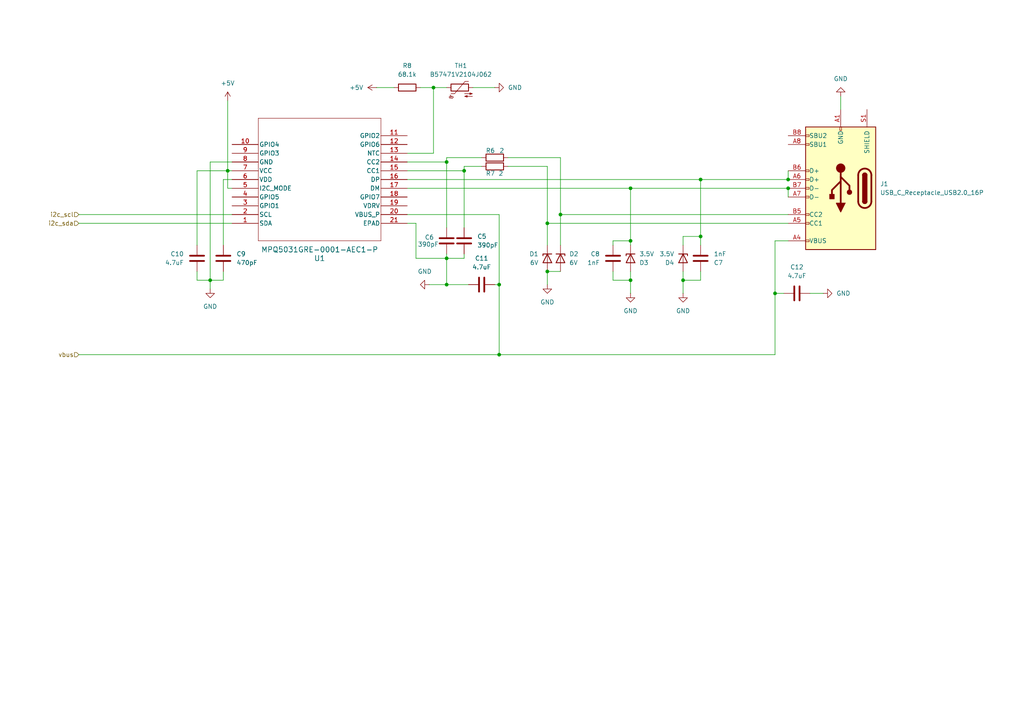
<source format=kicad_sch>
(kicad_sch (version 20250114) (generator "eeschema") (generator_version "9.0")
  (paper "A4")
  (title_block (title "PD Controller") (company "MTU Open Source Hardware Enterprise") (comment 1 "Author: Andrew Kroll"))
  (lib_symbols
    (symbol "Connector:USB_C_Receptacle_USB2.0_16P" (pin_names (offset 1.016))
      (property "Reference" "J" (at 0 22.225 0))
      (property "Value" "USB_C_Receptacle_USB2.0_16P" (at 0 19.685 0))
      (symbol "USB_C_Receptacle_USB2.0_16P_0_0"
        (rectangle (start -0.254 -17.78) (end 0.254 -16.764))
        (rectangle (start 10.16 15.494) (end 9.144 14.986))
        (rectangle (start 10.16 10.414) (end 9.144 9.906))
        (rectangle (start 10.16 7.874) (end 9.144 7.366))
        (rectangle (start 10.16 2.794) (end 9.144 2.286))
        (rectangle (start 10.16 0.254) (end 9.144 -0.254))
        (rectangle (start 10.16 -2.286) (end 9.144 -2.794))
        (rectangle (start 10.16 -4.826) (end 9.144 -5.334))
        (rectangle (start 10.16 -12.446) (end 9.144 -12.954))
        (rectangle (start 10.16 -14.986) (end 9.144 -15.494))
      )
      (symbol "USB_C_Receptacle_USB2.0_16P_0_1"
        (rectangle (start -10.16 17.78) (end 10.16 -17.78) (stroke (width 0.254)) (fill (type background)))
        (polyline (pts (xy -8.89 -3.81) (xy -8.89 3.81)) (stroke (width 0.508)))
        (rectangle (start -7.62 -3.81) (end -6.35 3.81) (stroke (width 0.254)) (fill (type outline)))
        (arc (start -7.62 3.81) (mid -6.985 4.4423) (end -6.35 3.81) (stroke (width 0.254)))
        (arc (start -7.62 3.81) (mid -6.985 4.4423) (end -6.35 3.81) (stroke (width 0.254)) (fill (type outline)))
        (arc (start -8.89 3.81) (mid -6.985 5.7067) (end -5.08 3.81) (stroke (width 0.508)))
        (arc (start -5.08 -3.81) (mid -6.985 -5.7067) (end -8.89 -3.81) (stroke (width 0.508)))
        (arc (start -6.35 -3.81) (mid -6.985 -4.4423) (end -7.62 -3.81) (stroke (width 0.254)))
        (arc (start -6.35 -3.81) (mid -6.985 -4.4423) (end -7.62 -3.81) (stroke (width 0.254)) (fill (type outline)))
        (polyline (pts (xy -5.08 3.81) (xy -5.08 -3.81)) (stroke (width 0.508)))
        (circle (center -2.54 1.143) (radius 0.635) (stroke (width 0.254)) (fill (type outline)))
        (polyline (pts (xy -1.27 4.318) (xy 0 6.858) (xy 1.27 4.318) (xy -1.27 4.318)) (stroke (width 0.254)) (fill (type outline)))
        (polyline (pts (xy 0 -2.032) (xy 2.54 0.508) (xy 2.54 1.778)) (stroke (width 0.508)))
        (polyline (pts (xy 0 -3.302) (xy -2.54 -0.762) (xy -2.54 0.508)) (stroke (width 0.508)))
        (polyline (pts (xy 0 -5.842) (xy 0 4.318)) (stroke (width 0.508)))
        (circle (center 0 -5.842) (radius 1.27) (fill (type outline)))
        (rectangle (start 1.905 1.778) (end 3.175 3.048) (stroke (width 0.254)) (fill (type outline)))
      )
      (symbol "USB_C_Receptacle_USB2.0_16P_1_1"
        (pin passive line (at -7.62 -22.86 90) (length 5.08) (name "SHIELD") (number "S1"))
        (pin passive line (at 0 -22.86 90) (length 5.08) (name "GND") (number "A1"))
        (pin passive line (at 0 -22.86 90) (length 5.08) (hide yes) (name "GND") (number "A12"))
        (pin passive line (at 0 -22.86 90) (length 5.08) (hide yes) (name "GND") (number "B1"))
        (pin passive line (at 0 -22.86 90) (length 5.08) (hide yes) (name "GND") (number "B12"))
        (pin passive line (at 15.24 15.24 180) (length 5.08) (name "VBUS") (number "A4"))
        (pin passive line (at 15.24 15.24 180) (length 5.08) (hide yes) (name "VBUS") (number "A9"))
        (pin passive line (at 15.24 15.24 180) (length 5.08) (hide yes) (name "VBUS") (number "B4"))
        (pin passive line (at 15.24 15.24 180) (length 5.08) (hide yes) (name "VBUS") (number "B9"))
        (pin bidirectional line (at 15.24 10.16 180) (length 5.08) (name "CC1") (number "A5"))
        (pin bidirectional line (at 15.24 7.62 180) (length 5.08) (name "CC2") (number "B5"))
        (pin bidirectional line (at 15.24 2.54 180) (length 5.08) (name "D-") (number "A7"))
        (pin bidirectional line (at 15.24 0 180) (length 5.08) (name "D-") (number "B7"))
        (pin bidirectional line (at 15.24 -2.54 180) (length 5.08) (name "D+") (number "A6"))
        (pin bidirectional line (at 15.24 -5.08 180) (length 5.08) (name "D+") (number "B6"))
        (pin bidirectional line (at 15.24 -12.7 180) (length 5.08) (name "SBU1") (number "A8"))
        (pin bidirectional line (at 15.24 -15.24 180) (length 5.08) (name "SBU2") (number "B8"))
      )
    )
    (symbol "D_Zener_1" (pin_numbers (hide yes)) (pin_names (offset 1.016) (hide yes))
      (property "Reference" "D" (at 0 2.54 0))
      (property "Value" "D_Zener" (at 0 -2.54 0))
      (symbol "D_Zener_1_0_1"
        (polyline (pts (xy -1.27 -1.27) (xy -1.27 1.27) (xy -0.762 1.27)) (stroke (width 0.254)))
        (polyline (pts (xy 1.27 0) (xy -1.27 0)))
        (polyline (pts (xy 1.27 -1.27) (xy 1.27 1.27) (xy -1.27 0) (xy 1.27 -1.27)) (stroke (width 0.254)))
      )
      (symbol "D_Zener_1_1_1"
        (pin passive line (at -3.81 0 0) (length 2.54) (name "K") (number "1"))
        (pin passive line (at 3.81 0 180) (length 2.54) (name "A") (number "2"))
      )
    )
    (symbol "Device:C" (pin_numbers (hide yes)) (pin_names (offset 0.254))
      (property "Reference" "C" (at 0.635 2.54 0))
      (property "Value" "C" (at 0.635 -2.54 0))
      (symbol "C_0_1"
        (polyline (pts (xy -2.032 0.762) (xy 2.032 0.762)) (stroke (width 0.508)))
        (polyline (pts (xy -2.032 -0.762) (xy 2.032 -0.762)) (stroke (width 0.508)))
      )
      (symbol "C_1_1"
        (pin passive line (at 0 3.81 270) (length 2.794) (name "~") (number "1"))
        (pin passive line (at 0 -3.81 90) (length 2.794) (name "~") (number "2"))
      )
    )
    (symbol "Device:D_Zener" (pin_numbers (hide yes)) (pin_names (offset 1.016) (hide yes))
      (property "Reference" "D" (at 0 2.54 0))
      (property "Value" "D_Zener" (at 0 -2.54 0))
      (symbol "D_Zener_0_1"
        (polyline (pts (xy -1.27 -1.27) (xy -1.27 1.27) (xy -0.762 1.27)) (stroke (width 0.254)))
        (polyline (pts (xy 1.27 0) (xy -1.27 0)))
        (polyline (pts (xy 1.27 -1.27) (xy 1.27 1.27) (xy -1.27 0) (xy 1.27 -1.27)) (stroke (width 0.254)))
      )
      (symbol "D_Zener_1_1"
        (pin passive line (at -3.81 0 0) (length 2.54) (name "K") (number "1"))
        (pin passive line (at 3.81 0 180) (length 2.54) (name "A") (number "2"))
      )
    )
    (symbol "Device:R" (pin_numbers (hide yes)) (pin_names (offset 0))
      (property "Reference" "R" (at 2.032 0 90))
      (property "Value" "R" (at 0 0 90))
      (symbol "R_0_1"
        (rectangle (start -1.016 -2.54) (end 1.016 2.54) (stroke (width 0.254)))
      )
      (symbol "R_1_1"
        (pin passive line (at 0 3.81 270) (length 1.27) (name "~") (number "1"))
        (pin passive line (at 0 -3.81 90) (length 1.27) (name "~") (number "2"))
      )
    )
    (symbol "Device:Thermistor_NTC" (pin_numbers (hide yes)) (pin_names (offset 0))
      (property "Reference" "TH" (at -4.445 0 90))
      (property "Value" "Thermistor_NTC" (at 3.175 0 90))
      (symbol "Thermistor_NTC_0_1"
        (arc (start -3.175 2.413) (mid -3.0506 2.3165) (end -3.048 2.159))
        (arc (start -3.048 2.794) (mid -2.9736 2.9736) (end -2.794 3.048))
        (arc (start -2.794 3.048) (mid -2.6144 2.9736) (end -2.54 2.794))
        (arc (start -2.794 2.54) (mid -2.9736 2.6144) (end -3.048 2.794))
        (arc (start -2.794 1.905) (mid -2.9736 1.9794) (end -3.048 2.159))
        (arc (start -2.54 2.159) (mid -2.6144 1.9794) (end -2.794 1.905))
        (arc (start -2.159 2.794) (mid -2.434 2.5608) (end -2.794 2.54))
        (polyline (pts (xy -2.54 2.159) (xy -2.54 2.794)))
        (polyline (pts (xy -2.54 -3.683) (xy -2.54 -1.397) (xy -2.794 -2.159) (xy -2.286 -2.159) (xy -2.54 -1.397) (xy -2.54 -1.651)) (fill (type outline)))
        (polyline (pts (xy -1.778 2.54) (xy -1.778 1.524) (xy 1.778 -1.524) (xy 1.778 -2.54)))
        (polyline (pts (xy -1.778 -1.397) (xy -1.778 -3.683) (xy -2.032 -2.921) (xy -1.524 -2.921) (xy -1.778 -3.683) (xy -1.778 -3.429)) (fill (type outline)))
        (rectangle (start -1.016 2.54) (end 1.016 -2.54) (stroke (width 0.254)))
      )
      (symbol "Thermistor_NTC_1_1"
        (pin passive line (at 0 3.81 270) (length 1.27) (name "~") (number "1"))
        (pin passive line (at 0 -3.81 90) (length 1.27) (name "~") (number "2"))
      )
    )
    (symbol "UPS:MPQ5031GRE-xxxx-AEC1-P" (pin_names (offset 0.254))
      (property "Reference" "U" (at 25.4 10.16 0))
      (property "Value" "MPQ5031GRE-xxxx-AEC1-P" (at 25.4 7.62 0))
      (symbol "MPQ5031GRE-xxxx-AEC1-P_0_1"
        (polyline (pts (xy 7.62 5.08) (xy 7.62 -30.48)) (stroke (width 0.127)))
        (polyline (pts (xy 7.62 -30.48) (xy 43.18 -30.48)) (stroke (width 0.127)))
        (polyline (pts (xy 43.18 5.08) (xy 7.62 5.08)) (stroke (width 0.127)))
        (polyline (pts (xy 43.18 -30.48) (xy 43.18 5.08)) (stroke (width 0.127)))
        (pin bidirectional line (at 0 0 0) (length 7.62) (name "SDA") (number "1"))
        (pin bidirectional line (at 0 -2.54 0) (length 7.62) (name "SCL") (number "2"))
        (pin bidirectional line (at 0 -5.08 0) (length 7.62) (name "GPIO1") (number "3"))
        (pin bidirectional line (at 0 -7.62 0) (length 7.62) (name "GPIO5") (number "4"))
        (pin input line (at 0 -10.16 0) (length 7.62) (name "I2C_MODE") (number "5"))
        (pin power_in line (at 0 -12.7 0) (length 7.62) (name "VDD") (number "6"))
        (pin power_in line (at 0 -15.24 0) (length 7.62) (name "VCC") (number "7"))
        (pin power_in line (at 0 -17.78 0) (length 7.62) (name "GND") (number "8"))
        (pin bidirectional line (at 0 -20.32 0) (length 7.62) (name "GPIO3") (number "9"))
        (pin bidirectional line (at 0 -22.86 0) (length 7.62) (name "GPIO4") (number "10"))
        (pin power_in line (at 50.8 0 180) (length 7.62) (name "EPAD") (number "21"))
        (pin input line (at 50.8 -2.54 180) (length 7.62) (name "VBUS_P") (number "20"))
        (pin power_in line (at 50.8 -5.08 180) (length 7.62) (name "VDRV") (number "19"))
        (pin bidirectional line (at 50.8 -7.62 180) (length 7.62) (name "GPIO7") (number "18"))
        (pin bidirectional line (at 50.8 -10.16 180) (length 7.62) (name "DM") (number "17"))
        (pin bidirectional line (at 50.8 -12.7 180) (length 7.62) (name "DP") (number "16"))
        (pin bidirectional line (at 50.8 -15.24 180) (length 7.62) (name "CC1") (number "15"))
        (pin bidirectional line (at 50.8 -17.78 180) (length 7.62) (name "CC2") (number "14"))
        (pin input line (at 50.8 -20.32 180) (length 7.62) (name "NTC") (number "13"))
        (pin bidirectional line (at 50.8 -22.86 180) (length 7.62) (name "GPIO6") (number "12"))
        (pin bidirectional line (at 50.8 -25.4 180) (length 7.62) (name "GPIO2") (number "11"))
      )
    )
    (symbol "power:+5V" (power) (pin_numbers (hide yes)) (pin_names (offset 0) (hide yes))
      (property "Value" "+5V" (at 0 3.556 0))
      (symbol "+5V_0_1"
        (polyline (pts (xy -0.762 1.27) (xy 0 2.54)))
        (polyline (pts (xy 0 2.54) (xy 0.762 1.27)))
        (polyline (pts (xy 0 0) (xy 0 2.54)))
      )
      (symbol "+5V_1_1"
        (pin power_in line (at 0 0 90) (length 0) (name "~") (number "1"))
      )
    )
    (symbol "power:GND" (power) (pin_numbers (hide yes)) (pin_names (offset 0) (hide yes))
      (property "Value" "GND" (at 0 -3.81 0))
      (symbol "GND_0_1"
        (polyline (pts (xy 0 0) (xy 0 -1.27) (xy 1.27 -1.27) (xy 0 -2.54) (xy -1.27 -1.27) (xy 0 -1.27)))
      )
      (symbol "GND_1_1"
        (pin power_in line (at 0 0 270) (length 0) (name "~") (number "1"))
      )
    )
  )
  (junction (at 182.88 81.28))
  (junction (at 129.54 46.99))
  (junction (at 198.12 81.28))
  (junction (at 158.75 64.77))
  (junction (at 228.6 52.07))
  (junction (at 162.56 62.23))
  (junction (at 129.54 82.55))
  (junction (at 144.78 82.55))
  (junction (at 228.6 54.61))
  (junction (at 203.2 52.07))
  (junction (at 66.04 49.53))
  (junction (at 60.96 81.28))
  (junction (at 158.75 78.74))
  (junction (at 182.88 54.61))
  (junction (at 129.54 74.93))
  (junction (at 125.73 25.4))
  (junction (at 134.62 49.53))
  (junction (at 203.2 68.58))
  (junction (at 224.79 85.09))
  (junction (at 182.88 69.85))
  (junction (at 144.78 102.87))
  (wire (pts (xy 129.54 45.72) (xy 129.54 46.99)))
  (wire (pts (xy 118.11 46.99) (xy 129.54 46.99)))
  (wire (pts (xy 177.8 69.85) (xy 182.88 69.85)))
  (wire (pts (xy 228.6 54.61) (xy 228.6 57.15)))
  (wire (pts (xy 120.65 64.77) (xy 120.65 74.93)))
  (wire (pts (xy 120.65 74.93) (xy 129.54 74.93)))
  (wire (pts (xy 158.75 78.74) (xy 162.56 78.74)))
  (wire (pts (xy 234.95 85.09) (xy 238.76 85.09)))
  (wire (pts (xy 203.2 68.58) (xy 198.12 68.58)))
  (wire (pts (xy 129.54 45.72) (xy 139.7 45.72)))
  (wire (pts (xy 64.77 78.74) (xy 64.77 81.28)))
  (wire (pts (xy 118.11 44.45) (xy 125.73 44.45)))
  (wire (pts (xy 158.75 64.77) (xy 158.75 71.12)))
  (wire (pts (xy 158.75 48.26) (xy 147.32 48.26)))
  (wire (pts (xy 118.11 62.23) (xy 144.78 62.23)))
  (wire (pts (xy 60.96 83.82) (xy 60.96 81.28)))
  (wire (pts (xy 57.15 78.74) (xy 57.15 81.28)))
  (wire (pts (xy 143.51 82.55) (xy 144.78 82.55)))
  (wire (pts (xy 137.16 25.4) (xy 143.51 25.4)))
  (wire (pts (xy 228.6 49.53) (xy 228.6 52.07)))
  (wire (pts (xy 134.62 66.04) (xy 134.62 49.53)))
  (wire (pts (xy 118.11 49.53) (xy 134.62 49.53)))
  (wire (pts (xy 129.54 82.55) (xy 129.54 74.93)))
  (wire (pts (xy 144.78 102.87) (xy 22.86 102.87)))
  (wire (pts (xy 66.04 49.53) (xy 66.04 29.21)))
  (wire (pts (xy 182.88 71.12) (xy 182.88 69.85)))
  (wire (pts (xy 125.73 25.4) (xy 121.92 25.4)))
  (wire (pts (xy 203.2 52.07) (xy 203.2 68.58)))
  (wire (pts (xy 203.2 81.28) (xy 203.2 78.74)))
  (wire (pts (xy 144.78 62.23) (xy 144.78 82.55)))
  (wire (pts (xy 129.54 46.99) (xy 129.54 66.04)))
  (wire (pts (xy 125.73 44.45) (xy 125.73 25.4)))
  (wire (pts (xy 64.77 81.28) (xy 60.96 81.28)))
  (wire (pts (xy 198.12 85.09) (xy 198.12 81.28)))
  (wire (pts (xy 134.62 48.26) (xy 134.62 49.53)))
  (wire (pts (xy 67.31 54.61) (xy 66.04 54.61)))
  (wire (pts (xy 162.56 62.23) (xy 162.56 71.12)))
  (wire (pts (xy 158.75 48.26) (xy 158.75 64.77)))
  (wire (pts (xy 203.2 52.07) (xy 228.6 52.07)))
  (wire (pts (xy 118.11 64.77) (xy 120.65 64.77)))
  (wire (pts (xy 177.8 78.74) (xy 177.8 81.28)))
  (wire (pts (xy 134.62 74.93) (xy 129.54 74.93)))
  (wire (pts (xy 57.15 81.28) (xy 60.96 81.28)))
  (wire (pts (xy 177.8 71.12) (xy 177.8 69.85)))
  (wire (pts (xy 139.7 48.26) (xy 134.62 48.26)))
  (wire (pts (xy 147.32 45.72) (xy 162.56 45.72)))
  (wire (pts (xy 57.15 71.12) (xy 57.15 49.53)))
  (wire (pts (xy 118.11 52.07) (xy 203.2 52.07)))
  (wire (pts (xy 182.88 81.28) (xy 182.88 78.74)))
  (wire (pts (xy 182.88 54.61) (xy 228.6 54.61)))
  (wire (pts (xy 64.77 71.12) (xy 64.77 52.07)))
  (wire (pts (xy 162.56 45.72) (xy 162.56 62.23)))
  (wire (pts (xy 125.73 25.4) (xy 129.54 25.4)))
  (wire (pts (xy 224.79 69.85) (xy 224.79 85.09)))
  (wire (pts (xy 198.12 78.74) (xy 198.12 81.28)))
  (wire (pts (xy 182.88 85.09) (xy 182.88 81.28)))
  (wire (pts (xy 158.75 78.74) (xy 158.75 82.55)))
  (wire (pts (xy 162.56 62.23) (xy 228.6 62.23)))
  (wire (pts (xy 135.89 82.55) (xy 129.54 82.55)))
  (wire (pts (xy 67.31 49.53) (xy 66.04 49.53)))
  (wire (pts (xy 198.12 71.12) (xy 198.12 68.58)))
  (wire (pts (xy 129.54 73.66) (xy 129.54 74.93)))
  (wire (pts (xy 203.2 71.12) (xy 203.2 68.58)))
  (wire (pts (xy 228.6 69.85) (xy 224.79 69.85)))
  (wire (pts (xy 144.78 82.55) (xy 144.78 102.87)))
  (wire (pts (xy 224.79 85.09) (xy 227.33 85.09)))
  (wire (pts (xy 224.79 102.87) (xy 224.79 85.09)))
  (wire (pts (xy 60.96 46.99) (xy 67.31 46.99)))
  (wire (pts (xy 177.8 81.28) (xy 182.88 81.28)))
  (wire (pts (xy 64.77 52.07) (xy 67.31 52.07)))
  (wire (pts (xy 182.88 54.61) (xy 182.88 69.85)))
  (wire (pts (xy 66.04 54.61) (xy 66.04 49.53)))
  (wire (pts (xy 144.78 102.87) (xy 224.79 102.87)))
  (wire (pts (xy 134.62 73.66) (xy 134.62 74.93)))
  (wire (pts (xy 124.46 82.55) (xy 129.54 82.55)))
  (wire (pts (xy 22.86 64.77) (xy 67.31 64.77)))
  (wire (pts (xy 57.15 49.53) (xy 66.04 49.53)))
  (wire (pts (xy 243.84 31.75) (xy 243.84 27.94)))
  (wire (pts (xy 22.86 62.23) (xy 67.31 62.23)))
  (wire (pts (xy 198.12 81.28) (xy 203.2 81.28)))
  (wire (pts (xy 158.75 64.77) (xy 228.6 64.77)))
  (wire (pts (xy 60.96 81.28) (xy 60.96 46.99)))
  (wire (pts (xy 118.11 54.61) (xy 182.88 54.61)))
  (wire (pts (xy 109.22 25.4) (xy 114.3 25.4)))
  (hierarchical_label "i2c_scl" (shape input) (at 22.86 62.23 180))
  (hierarchical_label "vbus" (shape input) (at 22.86 102.87 180))
  (hierarchical_label "i2c_sda" (shape input) (at 22.86 64.77 180))
  (symbol (lib_id "Device:C") (at 203.2 74.93 0) (mirror x) (unit 1)
    (property "Reference" "C7" (at 207.01 76.2001 0) (effects (justify left)))
    (property "Value" "1nF" (at 207.01 73.6601 0) (effects (justify left)))
    (property "Description" "Unpolarized capacitor" (effects (hide yes)))
  )
  (symbol (lib_id "power:+5V") (at 66.04 29.21 0) (unit 1)
    (property "Reference" "#PWR03" (effects (hide yes)))
    (property "Value" "+5V" (at 66.04 24.13 0))
    (property "Description" "Power symbol creates a global label with name \"+5V\"" (effects (hide yes)))
  )
  (symbol (lib_id "Device:R") (at 143.51 48.26 270) (unit 1)
    (property "Reference" "R7" (at 142.24 50.292 90))
    (property "Value" "2" (at 145.288 50.292 90))
    (property "Description" "Resistor" (effects (hide yes)))
  )
  (symbol (lib_id "Device:D_Zener") (at 198.12 74.93 270) (unit 1)
    (property "Reference" "D4" (at 195.58 76.2001 90) (effects (justify right)))
    (property "Value" "3.5V" (at 195.58 73.6601 90) (effects (justify right)))
    (property "Footprint" "UPS:SOD-962   SL2_TOS" (effects (hide yes)))
    (property "Description" "Zener diode" (effects (hide yes)))
  )
  (symbol (lib_id "power:GND") (at 182.88 85.09 0) (mirror y) (unit 1)
    (property "Reference" "#PWR09" (effects (hide yes)))
    (property "Value" "GND" (at 182.88 90.17 0))
    (property "Description" "Power symbol creates a global label with name \"GND\" , ground" (effects (hide yes)))
  )
  (symbol (lib_name "D_Zener_1") (lib_id "Device:D_Zener") (at 182.88 74.93 90) (mirror x) (unit 1)
    (property "Reference" "D3" (at 185.42 76.2001 90) (effects (justify right)))
    (property "Value" "3.5V" (at 185.42 73.6601 90) (effects (justify right)))
    (property "Footprint" "UPS:SOD-962   SL2_TOS" (effects (hide yes)))
    (property "Description" "Zener diode" (effects (hide yes)))
  )
  (symbol (lib_id "Device:R") (at 143.51 45.72 90) (unit 1)
    (property "Reference" "R6" (at 142.24 43.688 90))
    (property "Value" "2" (at 145.542 43.688 90))
    (property "Description" "Resistor" (effects (hide yes)))
  )
  (symbol (lib_id "Device:C") (at 64.77 74.93 0) (unit 1)
    (property "Reference" "C9" (at 68.58 73.6599 0) (effects (justify left)))
    (property "Value" "470pF" (at 68.58 76.1999 0) (effects (justify left)))
    (property "Description" "Unpolarized capacitor" (effects (hide yes)))
  )
  (symbol (lib_id "UPS:MPQ5031GRE-xxxx-AEC1-P") (at 67.31 64.77 0) (mirror x) (unit 1)
    (property "Reference" "U1" (at 92.71 74.93 0) (effects (font (size 1.524 1.524))))
    (property "Value" "MPQ5031GRE-0001-AEC1-P" (at 92.71 72.39 0) (effects (font (size 1.524 1.524))))
    (property "Footprint" "QFN-20_MPQ5031_MNP" (effects (hide yes)))
    (property "Datasheet" "https://www.monolithicpower.com/en/documentview/productdocument/index/version/2/document_type/Datasheet/lang/en/sku/MPQ5031GRE-AEC1" (effects (hide yes)))
  )
  (symbol (lib_id "power:GND") (at 198.12 85.09 0) (mirror y) (unit 1)
    (property "Reference" "#PWR010" (effects (hide yes)))
    (property "Value" "GND" (at 198.12 90.17 0))
    (property "Description" "Power symbol creates a global label with name \"GND\" , ground" (effects (hide yes)))
  )
  (symbol (lib_id "Device:C") (at 129.54 69.85 0) (unit 1)
    (property "Reference" "C6" (at 123.19 68.834 0) (effects (justify left)))
    (property "Value" "390pF" (at 121.158 70.866 0) (effects (justify left)))
    (property "Description" "Unpolarized capacitor" (effects (hide yes)))
  )
  (symbol (lib_id "power:GND") (at 243.84 27.94 180) (unit 1)
    (property "Reference" "#PWR01" (effects (hide yes)))
    (property "Value" "GND" (at 243.84 22.86 0))
    (property "Description" "Power symbol creates a global label with name \"GND\" , ground" (effects (hide yes)))
  )
  (symbol (lib_id "power:+5V") (at 109.22 25.4 90) (unit 1)
    (property "Reference" "#PWR011" (effects (hide yes)))
    (property "Value" "+5V" (at 105.41 25.3999 90) (effects (justify left)))
    (property "Description" "Power symbol creates a global label with name \"+5V\"" (effects (hide yes)))
  )
  (symbol (lib_id "Device:C") (at 57.15 74.93 0) (mirror y) (unit 1)
    (property "Reference" "C10" (at 53.34 73.6599 0) (effects (justify left)))
    (property "Value" "4.7uF" (at 53.34 76.1999 0) (effects (justify left)))
    (property "Description" "Ceramic cap per datasheet" (effects (hide yes)))
  )
  (symbol (lib_id "power:GND") (at 158.75 82.55 0) (unit 1)
    (property "Reference" "#PWR08" (effects (hide yes)))
    (property "Value" "GND" (at 158.75 87.63 0))
    (property "Description" "Power symbol creates a global label with name \"GND\" , ground" (effects (hide yes)))
  )
  (symbol (lib_id "Device:C") (at 139.7 82.55 90) (unit 1)
    (property "Reference" "C11" (at 139.7 74.93 90))
    (property "Value" "4.7uF" (at 139.7 77.47 90))
    (property "Description" "Unpolarized capacitor" (effects (hide yes)))
  )
  (symbol (lib_id "power:GND") (at 238.76 85.09 90) (unit 1)
    (property "Reference" "#PWR013" (effects (hide yes)))
    (property "Value" "GND" (at 242.57 85.0899 90) (effects (justify right)))
    (property "Description" "Power symbol creates a global label with name \"GND\" , ground" (effects (hide yes)))
  )
  (symbol (lib_id "power:GND") (at 143.51 25.4 90) (unit 1)
    (property "Reference" "#PWR012" (effects (hide yes)))
    (property "Value" "GND" (at 147.32 25.3999 90) (effects (justify right)))
    (property "Description" "Power symbol creates a global label with name \"GND\" , ground" (effects (hide yes)))
  )
  (symbol (lib_id "power:GND") (at 124.46 82.55 270) (unit 1)
    (property "Reference" "#PWR02" (effects (hide yes)))
    (property "Value" "GND" (at 123.19 78.74 90))
    (property "Description" "Power symbol creates a global label with name \"GND\" , ground" (effects (hide yes)))
  )
  (symbol (lib_id "Device:D_Zener") (at 158.75 74.93 90) (mirror x) (unit 1)
    (property "Reference" "D1" (at 156.21 73.6599 90) (effects (justify left)))
    (property "Value" "6V" (at 156.21 76.1999 90) (effects (justify left)))
    (property "Footprint" "Diode_SMD:D_SMB-SMC_Universal_Handsoldering" (effects (hide yes)))
    (property "Description" "Zener diode" (effects (hide yes)))
  )
  (symbol (lib_id "Device:D_Zener") (at 162.56 74.93 270) (unit 1)
    (property "Reference" "D2" (at 165.1 73.6599 90) (effects (justify left)))
    (property "Value" "6V" (at 165.1 76.1999 90) (effects (justify left)))
    (property "Footprint" "Diode_SMD:D_SMB-SMC_Universal_Handsoldering" (effects (hide yes)))
    (property "Description" "Zener diode" (effects (hide yes)))
  )
  (symbol (lib_id "Device:C") (at 134.62 69.85 0) (unit 1)
    (property "Reference" "C5" (at 138.43 68.5799 0) (effects (justify left)))
    (property "Value" "390pF" (at 138.43 71.1199 0) (effects (justify left)))
    (property "Description" "Unpolarized capacitor" (effects (hide yes)))
  )
  (symbol (lib_id "power:GND") (at 60.96 83.82 0) (unit 1)
    (property "Reference" "#PWR04" (effects (hide yes)))
    (property "Value" "GND" (at 60.96 88.9 0))
    (property "Description" "Power symbol creates a global label with name \"GND\" , ground" (effects (hide yes)))
  )
  (symbol (lib_id "Device:R") (at 118.11 25.4 90) (unit 1)
    (property "Reference" "R8" (at 118.11 19.05 90))
    (property "Value" "68.1k" (at 118.11 21.59 90))
    (property "Description" "Resistor" (effects (hide yes)))
  )
  (symbol (lib_id "Device:C") (at 177.8 74.93 0) (mirror y) (unit 1)
    (property "Reference" "C8" (at 173.99 73.6599 0) (effects (justify left)))
    (property "Value" "1nF" (at 173.99 76.1999 0) (effects (justify left)))
    (property "Description" "Unpolarized capacitor" (effects (hide yes)))
  )
  (symbol (lib_id "Connector:USB_C_Receptacle_USB2.0_16P") (at 243.84 54.61 180) (unit 1)
    (property "Reference" "J1" (at 255.27 53.3399 0) (effects (justify right)))
    (property "Value" "USB_C_Receptacle_USB2.0_16P" (at 255.27 55.8799 0) (effects (justify right)))
    (property "Datasheet" "https://www.usb.org/sites/default/files/documents/usb_type-c.zip" (effects (hide yes)))
    (property "Description" "USB 2.0-only 16P Type-C Receptacle connector" (effects (hide yes)))
  )
  (symbol (lib_id "Device:Thermistor_NTC") (at 133.35 25.4 90) (unit 1)
    (property "Reference" "TH1" (at 133.6675 19.05 90))
    (property "Value" "B57471V2104J062" (at 133.6675 21.59 90))
    (property "Footprint" "Resistor_SMD:R_0805_2012Metric_Pad1.20x1.40mm_HandSolder" (effects (hide yes)))
    (property "Description" "Temperature dependent resistor, negative temperature coefficient" (effects (hide yes)))
  )
  (symbol (lib_id "Device:C") (at 231.14 85.09 90) (unit 1)
    (property "Reference" "C12" (at 231.14 77.47 90))
    (property "Value" "4.7uF" (at 231.14 80.01 90))
    (property "Description" "Unpolarized capacitor" (effects (hide yes)))
  )
)
</source>
